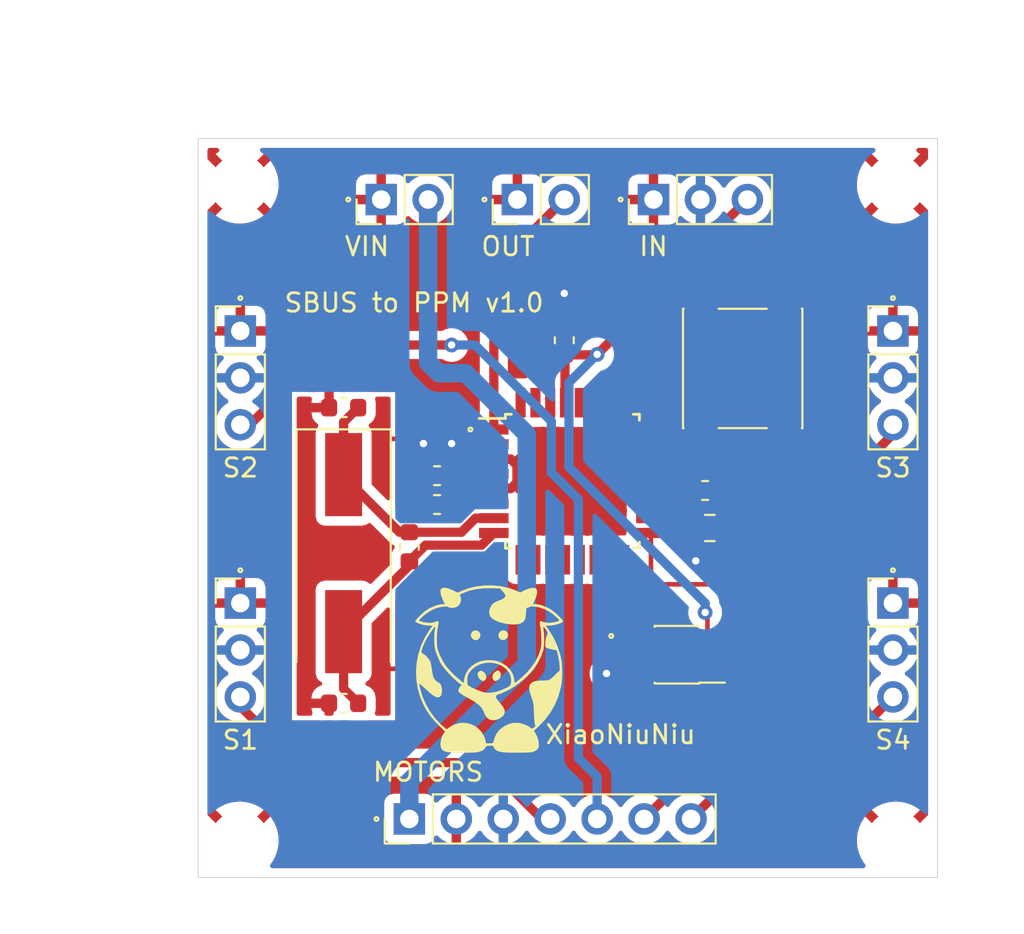
<source format=kicad_pcb>
(kicad_pcb (version 20200628) (host pcbnew "(5.99.0-2358-g6d8fb94d8)")
  (layers (0 "GND" signal) (31 "5V" signal) (34 "B.Paste" user) (35 "F.Paste" user) (36 "B.SilkS" user) (37 "F.SilkS" user) (38 "B.Mask" user) (39 "F.Mask" user) (44 "Edge.Cuts" user))
  (net 0 "")
  (net 1 "+5V")
  (net 2 "GND")
  (net 3 "XTAL1")
  (net 4 "XTAL2")
  (net 5 "Net-(C6-Pad1)")
  (net 6 "/S1")
  (net 7 "VCC")
  (net 8 "SBUS")
  (net 9 "PPM")
  (net 10 "RESET")
  (net 11 "SCK")
  (net 12 "MISO")
  (net 13 "MOSI")
  (net 14 "Net-(U1-Pad32)")
  (net 15 "Net-(U1-Pad31)")
  (net 16 "Net-(U1-Pad28)")
  (net 17 "Net-(U1-Pad27)")
  (net 18 "Net-(U1-Pad26)")
  (net 19 "Net-(U1-Pad25)")
  (net 20 "Net-(U1-Pad24)")
  (net 21 "Net-(U1-Pad23)")
  (net 22 "Net-(U1-Pad22)")
  (net 23 "Net-(U1-Pad19)")
  (net 24 "SS")
  (net 25 "Net-(U1-Pad13)")
  (net 26 "Net-(U1-Pad12)")
  (net 27 "Net-(U1-Pad11)")
  (net 28 "Net-(U1-Pad10)")
  (net 29 "Net-(U1-Pad9)")
  (net 30 "Net-(U1-Pad2)")
  (net 31 "/S4")
  (net 32 "/S3")
  (net 33 "/S2")
  (module "Resistor_SMD:R_0603_1608Metric" (layer "GND") (at 79.812 60.922 -90)
    (fp_text reference "R2")
    (fp_text value "10K")
    (fp_line (start -0.162779 0.51) (end 0.162779 0.51) (layer "F.SilkS") (width 0.12))
    (fp_line (start -0.162779 -0.51) (end 0.162779 -0.51) (layer "F.SilkS") (width 0.12))
    (pad "2" smd roundrect (at 0.7875 0 270) (size 0.875 0.95) (layers "GND" "F.Paste" "F.Mask") (net 10 "RESET"))
    (pad "1" smd roundrect (at -0.7875 0 270) (size 0.875 0.95) (layers "GND" "F.Paste" "F.Mask") (net 1 "+5V"))
  )
  (module "Resistor_SMD:R_0603_1608Metric" (layer "GND") (at 71.43 72.098 -90)
    (fp_text reference "R1")
    (fp_text value "1M")
    (fp_line (start -0.162779 0.51) (end 0.162779 0.51) (layer "F.SilkS") (width 0.12))
    (fp_line (start -0.162779 -0.51) (end 0.162779 -0.51) (layer "F.SilkS") (width 0.12))
    (pad "2" smd roundrect (at 0.7875 0 270) (size 0.875 0.95) (layers "GND" "F.Paste" "F.Mask") (net 4 "XTAL2"))
    (pad "1" smd roundrect (at -0.7875 0 270) (size 0.875 0.95) (layers "GND" "F.Paste" "F.Mask") (net 3 "XTAL1"))
  )
  (module "Logos:VerySmallCow" (layer "GND") (at 75.748 78.702)
    (fp_text reference "G***")
    (fp_text value "LOGO" hide)
    (fp_poly (pts (xy 0.860799 -2.06454) (xy 0.94554 -2.009357) (xy 1.002926 -1.926687) (xy 1.024956 -1.827545) (xy 1.003631 -1.722943) (xy 0.94195 -1.634423) (xy 0.835669 -1.562606) (xy 0.723038 -1.548697) (xy 0.612022 -1.59366) (xy 0.611036 -1.594348) (xy 0.533216 -1.681325) (xy 0.501606 -1.788839) (xy 0.515058 -1.899642) (xy 0.572425 -1.996486) (xy 0.641253 -2.048393) (xy 0.756703 -2.081223)) (layer "F.SilkS") (width 0))
    (fp_poly (pts (xy -0.651099 -2.063236) (xy -0.563352 -2.013403) (xy -0.498777 -1.936634) (xy -0.468786 -1.840151) (xy -0.484791 -1.731176) (xy -0.498695 -1.70013) (xy -0.578736 -1.597979) (xy -0.678891 -1.549409) (xy -0.788349 -1.55614) (xy -0.8963 -1.619892) (xy -0.911639 -1.634423) (xy -0.9836 -1.740747) (xy -0.996673 -1.852832) (xy -0.950324 -1.964026) (xy -0.939249 -1.978908) (xy -0.850459 -2.05321) (xy -0.750605 -2.078912)) (layer "F.SilkS") (width 0))
    (fp_poly (pts (xy 0.506748 0.099096) (xy 0.561829 0.137845) (xy 0.575895 0.151551) (xy 0.625855 0.240497) (xy 0.632601 0.34987) (xy 0.600519 0.462558) (xy 0.533994 0.561448) (xy 0.455646 0.620847) (xy 0.361378 0.65965) (xy 0.29364 0.657328) (xy 0.233223 0.612536) (xy 0.226057 0.604802) (xy 0.178888 0.511536) (xy 0.177097 0.400448) (xy 0.215853 0.28768) (xy 0.290323 0.189377) (xy 0.366719 0.134847) (xy 0.44968 0.098733)) (layer "F.SilkS") (width 0))
    (fp_poly (pts (xy -0.387859 0.117826) (xy -0.283719 0.181951) (xy -0.207068 0.276038) (xy -0.163313 0.385063) (xy -0.157858 0.494) (xy -0.196108 0.587825) (xy -0.212172 0.606205) (xy -0.292122 0.658239) (xy -0.37742 0.654366) (xy -0.475737 0.594122) (xy -0.480615 0.590058) (xy -0.558677 0.499444) (xy -0.610844 0.390506) (xy -0.628159 0.285396) (xy -0.621255 0.24215) (xy -0.569263 0.161428) (xy -0.487384 0.115103) (xy -0.39717 0.114656)) (layer "F.SilkS") (width 0))
    (fp_poly (pts (xy 0.640521 -4.469991) (xy 1.065821 -4.374767) (xy 1.46632 -4.230513) (xy 1.499899 -4.215538) (xy 1.685681 -4.1313) (xy 1.880967 -4.231898) (xy 2.073661 -4.317766) (xy 2.24576 -4.368126) (xy 2.390864 -4.382513) (xy 2.502572 -4.360463) (xy 2.574483 -4.301512) (xy 2.584615 -4.282916) (xy 2.600786 -4.188609) (xy 2.58625 -4.057241) (xy 2.543915 -3.902196) (xy 2.476689 -3.736861) (xy 2.457532 -3.697841) (xy 2.410841 -3.591207) (xy 2.394498 -3.518599) (xy 2.408713 -3.48615) (xy 2.450674 -3.498081) (xy 2.512031 -3.508174) (xy 2.61536 -3.496189) (xy 2.747628 -3.465524) (xy 2.895797 -3.419576) (xy 3.046834 -3.361743) (xy 3.145174 -3.317045) (xy 3.287158 -3.242592) (xy 3.409309 -3.165238) (xy 3.529583 -3.071952) (xy 3.665937 -2.949703) (xy 3.713491 -2.904642) (xy 3.821002 -2.79794) (xy 3.910217 -2.701926) (xy 3.972784 -2.626147) (xy 4.00035 -2.580151) (xy 4.000955 -2.57608) (xy 3.972801 -2.532061) (xy 3.896239 -2.485091) (xy 3.78312 -2.43884) (xy 3.645292 -2.396981) (xy 3.494605 -2.363185) (xy 3.342909 -2.341124) (xy 3.220818 -2.334339) (xy 3.062042 -2.333891) (xy 3.225779 -2.105688) (xy 3.483063 -1.695315) (xy 3.688207 -1.25412) (xy 3.841045 -0.782487) (xy 3.884779 -0.598133) (xy 3.926378 -0.337788) (xy 3.949765 -0.042295) (xy 3.954985 0.26834) (xy 3.94208 0.574109) (xy 3.911095 0.855005) (xy 3.881284 1.014754) (xy 3.742653 1.499902) (xy 3.553764 1.951433) (xy 3.313737 2.370894) (xy 3.021694 2.759835) (xy 2.695196 3.102539) (xy 2.419204 3.362347) (xy 2.482218 3.450842) (xy 2.590636 3.647133) (xy 2.662606 3.871512) (xy 2.686386 4.031265) (xy 2.688564 4.181386) (xy 2.66399 4.289136) (xy 2.604928 4.369708) (xy 2.503643 4.43829) (xy 2.470287 4.455608) (xy 2.41965 4.479803) (xy 2.371045 4.498366) (xy 2.315582 4.512185) (xy 2.244369 4.52215) (xy 2.148517 4.52915) (xy 2.019135 4.534074) (xy 1.847333 4.537812) (xy 1.62422 4.541253) (xy 1.612371 4.541422) (xy 1.291201 4.54326) (xy 1.024809 4.538033) (xy 0.807637 4.524568) (xy 0.63413 4.501691) (xy 0.49873 4.468229) (xy 0.395882 4.423007) (xy 0.32003 4.364853) (xy 0.265616 4.292593) (xy 0.245566 4.252745) (xy 0.218526 4.199335) (xy 0.186172 4.171469) (xy 0.130496 4.161858) (xy 0.033489 4.163209) (xy 0.025144 4.16351) (xy -0.075977 4.169436) (xy -0.135502 4.184041) (xy -0.172452 4.21652) (xy -0.205267 4.2749) (xy -0.283866 4.374984) (xy -0.410121 4.451309) (xy -0.588642 4.506465) (xy -0.634711 4.515887) (xy -0.733008 4.527718) (xy -0.877971 4.536343) (xy -1.057772 4.541866) (xy -1.260586 4.544388) (xy -1.474586 4.544014) (xy -1.687946 4.540847) (xy -1.88884 4.53499) (xy -2.065442 4.526546) (xy -2.205926 4.515619) (xy -2.298465 4.502312) (xy -2.302736 4.501319) (xy -2.457804 4.445923) (xy -2.561407 4.363333) (xy -2.619239 4.246556) (xy -2.636993 4.09065) (xy -2.618351 3.905338) (xy -2.567732 3.71489) (xy -2.493097 3.545843) (xy -2.455815 3.48664) (xy -2.390842 3.395394) (xy -2.751298 3.038926) (xy -3.011438 2.764524) (xy -3.22711 2.496993) (xy -3.41005 2.220491) (xy -3.554357 1.955012) (xy -3.738921 1.517467) (xy -3.867477 1.063828) (xy -3.901714 0.846474) (xy -3.777637 0.846474) (xy -3.770639 0.897543) (xy -3.751399 0.987469) (xy -3.723465 1.106324) (xy -3.596652 1.519024) (xy -3.417689 1.924224) (xy -3.193296 2.311026) (xy -2.930193 2.668531) (xy -2.635101 2.985842) (xy -2.478379 3.125419) (xy -2.301956 3.27224) (xy -2.151013 3.163799) (xy -1.911008 3.026225) (xy -1.657838 2.944874) (xy -1.399064 2.919141) (xy -1.142247 2.948425) (xy -0.894949 3.03212) (xy -0.66473 3.169623) (xy -0.521428 3.293918) (xy -0.384066 3.458847) (xy -0.275363 3.644615) (xy -0.205762 3.831751) (xy -0.189867 3.912069) (xy -0.17388 4.031265) (xy 0.018569 4.031265) (xy 0.12344 4.029727) (xy 0.182971 4.021091) (xy 0.212432 3.999321) (xy 0.227093 3.958381) (xy 0.229472 3.947911) (xy 0.295195 3.717228) (xy 0.385169 3.527306) (xy 0.509382 3.359987) (xy 0.608168 3.25945) (xy 0.817949 3.101541) (xy 1.054248 2.990544) (xy 1.305349 2.930044) (xy 1.559539 2.923623) (xy 1.661169 2.937314) (xy 1.794713 2.971118) (xy 1.937127 3.021935) (xy 2.07106 3.082045) (xy 2.179161 3.14373) (xy 2.240907 3.195259) (xy 2.289858 3.235277) (xy 2.344128 3.231048) (xy 2.417833 3.180491) (xy 2.433662 3.166832) (xy 2.487493 3.112929) (xy 2.499631 3.07165) (xy 2.479609 3.023816) (xy 2.462297 2.961798) (xy 2.446905 2.842239) (xy 2.43372 2.668197) (xy 2.423032 2.442731) (xy 2.421835 2.409665) (xy 2.414571 2.213562) (xy 2.407098 2.064751) (xy 2.397344 1.949933) (xy 2.383238 1.85581) (xy 2.362707 1.769082) (xy 2.333681 1.67645) (xy 2.294087 1.564614) (xy 2.287277 1.545823) (xy 2.220761 1.344782) (xy 2.182478 1.183351) (xy 2.169503 1.050859) (xy 2.171345 0.946865) (xy 2.185773 0.880443) (xy 2.221008 0.828705) (xy 2.264077 0.787515) (xy 2.35554 0.721126) (xy 2.463581 0.676115) (xy 2.600754 0.649371) (xy 2.779618 0.637783) (xy 2.872871 0.636684) (xy 3.037209 0.631227) (xy 3.169426 0.61614) (xy 3.251749 0.594504) (xy 3.31534 0.554289) (xy 3.404674 0.481425) (xy 3.505015 0.388387) (xy 3.555992 0.336867) (xy 3.647151 0.245041) (xy 3.724951 0.172673) (xy 3.778767 0.129335) (xy 3.795383 0.121241) (xy 3.811423 0.093306) (xy 3.817274 0.016942) (xy 3.813867 -0.096686) (xy 3.802138 -0.236416) (xy 3.783018 -0.391085) (xy 3.757442 -0.54953) (xy 3.726848 -0.698419) (xy 3.697431 -0.821949) (xy 3.672533 -0.921112) (xy 3.655575 -0.98256) (xy 3.65062 -0.99579) (xy 3.618351 -1.005679) (xy 3.541471 -1.022218) (xy 3.435182 -1.042197) (xy 3.409835 -1.046653) (xy 3.286768 -1.072824) (xy 3.178106 -1.104342) (xy 3.105582 -1.134806) (xy 3.101097 -1.137586) (xy 3.062043 -1.166819) (xy 3.040066 -1.200985) (xy 3.031662 -1.255633) (xy 3.03333 -1.346312) (xy 3.037447 -1.420137) (xy 3.061436 -1.613925) (xy 3.108887 -1.762794) (xy 3.119051 -1.783667) (xy 3.155313 -1.870803) (xy 3.170387 -1.942303) (xy 3.167902 -1.964694) (xy 3.139823 -2.016145) (xy 3.090966 -2.088838) (xy 3.033734 -2.166242) (xy 2.980533 -2.231825) (xy 2.943768 -2.269057) (xy 2.937045 -2.272333) (xy 2.931328 -2.245973) (xy 2.935979 -2.177157) (xy 2.944754 -2.114141) (xy 2.964609 -1.944062) (xy 2.975342 -1.746114) (xy 2.977211 -1.537366) (xy 2.970473 -1.334888) (xy 2.955387 -1.155747) (xy 2.932211 -1.017012) (xy 2.927916 -1.000239) (xy 2.797639 -0.63526) (xy 2.610335 -0.279726) (xy 2.369358 0.062337) (xy 2.078059 0.386901) (xy 1.73979 0.689936) (xy 1.357903 0.967415) (xy 1.216022 1.056861) (xy 1.097494 1.123905) (xy 0.959499 1.19433) (xy 0.815367 1.262212) (xy 0.678431 1.321627) (xy 0.562022 1.36665) (xy 0.479472 1.391359) (xy 0.456698 1.394272) (xy 0.418931 1.419566) (xy 0.38309 1.478236) (xy 0.364177 1.544465) (xy 0.363723 1.554288) (xy 0.382893 1.594008) (xy 0.434481 1.666239) (xy 0.509604 1.759116) (xy 0.563775 1.821496) (xy 0.692211 1.974072) (xy 0.77868 2.098964) (xy 0.828759 2.206095) (xy 0.848028 2.305391) (xy 0.848688 2.328434) (xy 0.820427 2.449155) (xy 0.743571 2.560023) (xy 0.630011 2.655229) (xy 0.491638 2.728961) (xy 0.340343 2.775409) (xy 0.188017 2.788764) (xy 0.04655 2.763213) (xy 0.000062 2.74311) (xy -0.105372 2.661705) (xy -0.199659 2.540649) (xy -0.266845 2.400722) (xy -0.269859 2.391578) (xy -0.333221 2.239178) (xy -0.424658 2.099464) (xy -0.550372 1.966772) (xy -0.716566 1.835436) (xy -0.92944 1.699794) (xy -1.175612 1.564363) (xy -1.378718 1.452641) (xy -1.526322 1.357999) (xy -1.620585 1.278801) (xy -1.663665 1.213413) (xy -1.667064 1.192148) (xy -1.650601 1.113179) (xy -1.610249 1.021385) (xy -1.559569 0.943644) (xy -1.525931 0.912403) (xy -1.487169 0.883907) (xy -1.50098 0.861118) (xy -1.523706 0.846837) (xy -1.662638 0.749447) (xy -1.824872 0.612843) (xy -1.999653 0.447961) (xy -2.176224 0.265732) (xy -2.343828 0.077093) (xy -2.491707 -0.107022) (xy -2.571804 -0.218571) (xy -2.656771 -0.362922) (xy -2.745068 -0.544764) (xy -2.827421 -0.742293) (xy -2.894553 -0.933705) (xy -2.928826 -1.057925) (xy -2.950225 -1.191943) (xy -2.964519 -1.366993) (xy -2.971447 -1.563875) (xy -2.970747 -1.763388) (xy -2.962159 -1.946331) (xy -2.94542 -2.093504) (xy -2.943094 -2.106558) (xy -2.927626 -2.197426) (xy -2.923884 -2.252804) (xy -2.935471 -2.270087) (xy -2.965994 -2.24667) (xy -3.019058 -2.179948) (xy -3.098268 -2.067317) (xy -3.194784 -1.924702) (xy -3.353865 -1.672188) (xy -3.480111 -1.433327) (xy -3.586915 -1.182557) (xy -3.595572 -1.15975) (xy -3.641461 -1.029664) (xy -3.661126 -0.941696) (xy -3.653199 -0.882668) (xy -3.616312 -0.839406) (xy -3.558582 -0.803794) (xy -3.439635 -0.719808) (xy -3.324589 -0.604753) (xy -3.228761 -0.476912) (xy -3.167473 -0.354569) (xy -3.159453 -0.327438) (xy -3.140647 -0.235789) (xy -3.118888 -0.107599) (xy -3.098115 0.033446) (xy -3.092902 0.072864) (xy -3.071785 0.209534) (xy -3.045997 0.336422) (xy -3.020156 0.431706) (xy -3.01272 0.451742) (xy -2.94392 0.573595) (xy -2.854427 0.673167) (xy -2.759771 0.734105) (xy -2.737796 0.741218) (xy -2.663866 0.788463) (xy -2.607527 0.879228) (xy -2.569769 0.999097) (xy -2.551584 1.133656) (xy -2.553961 1.268488) (xy -2.577892 1.38918) (xy -2.624364 1.481317) (xy -2.683816 1.526995) (xy -2.764525 1.54483) (xy -2.851231 1.534631) (xy -2.950398 1.492788) (xy -3.068491 1.415688) (xy -3.211974 1.29972) (xy -3.387313 1.141273) (xy -3.406534 1.123249) (xy -3.522995 1.015546) (xy -3.625052 0.924544) (xy -3.70415 0.857615) (xy -3.751732 0.822131) (xy -3.760355 0.818377) (xy -3.773755 0.823629) (xy -3.777637 0.846474) (xy -3.901714 0.846474) (xy -3.940565 0.599841) (xy -3.958726 0.131253) (xy -3.922502 -0.336189) (xy -3.832432 -0.796738) (xy -3.689058 -1.244648) (xy -3.492922 -1.674172) (xy -3.244562 -2.079564) (xy -3.164265 -2.189917) (xy -3.055528 -2.333891) (xy -3.217561 -2.334339) (xy -3.361752 -2.343352) (xy -3.514821 -2.367214) (xy -3.664969 -2.402283) (xy -3.800396 -2.444918) (xy -3.909304 -2.491478) (xy -3.979893 -2.538322) (xy -4.000954 -2.57608) (xy -3.980697 -2.614859) (xy -3.788783 -2.614859) (xy -3.761119 -2.590686) (xy -3.687981 -2.563191) (xy -3.584147 -2.535716) (xy -3.464397 -2.511599) (xy -3.343509 -2.494182) (xy -3.236262 -2.486805) (xy -3.222059 -2.486772) (xy -3.1027 -2.497491) (xy -2.983991 -2.522571) (xy -2.95525 -2.531781) (xy -2.85014 -2.566782) (xy -2.780962 -2.577448) (xy -2.743431 -2.556844) (xy -2.733263 -2.498033) (xy -2.746172 -2.394079) (xy -2.776814 -2.24296) (xy -2.802168 -2.084319) (xy -2.819416 -1.892808) (xy -2.828326 -1.68554) (xy -2.828663 -1.479627) (xy -2.820193 -1.29218) (xy -2.802684 -1.140312) (xy -2.792557 -1.09117) (xy -2.739663 -0.924922) (xy -2.659704 -0.730737) (xy -2.562233 -0.528986) (xy -2.456806 -0.340042) (xy -2.394596 -0.242608) (xy -2.256348 -0.059827) (xy -2.082 0.138839) (xy -1.886923 0.337247) (xy -1.686484 0.519253) (xy -1.606444 0.585289) (xy -1.379117 0.766747) (xy -1.365025 0.655245) (xy -1.182214 0.655245) (xy -1.178867 0.774027) (xy -1.164838 0.858066) (xy -1.163088 0.862964) (xy -1.122852 0.905784) (xy -1.036151 0.961888) (xy -0.914295 1.026202) (xy -0.768593 1.093655) (xy -0.610354 1.159171) (xy -0.450887 1.217679) (xy -0.301502 1.264104) (xy -0.227327 1.282741) (xy -0.074762 1.298944) (xy 0.110649 1.290823) (xy 0.306851 1.259754) (xy 0.366452 1.245669) (xy 0.501018 1.205015) (xy 0.654467 1.149188) (xy 0.809934 1.085335) (xy 0.950551 1.0206) (xy 1.059453 0.962132) (xy 1.100413 0.934701) (xy 1.156272 0.856684) (xy 1.185837 0.739316) (xy 1.189729 0.597562) (xy 1.168566 0.446389) (xy 1.122969 0.300763) (xy 1.069948 0.199281) (xy 0.912798 0.011086) (xy 0.718996 -0.136581) (xy 0.497524 -0.243093) (xy 0.257367 -0.307821) (xy 0.00751 -0.330138) (xy -0.243065 -0.309418) (xy -0.485371 -0.245032) (xy -0.710427 -0.136353) (xy -0.909246 0.017247) (xy -0.94961 0.058237) (xy -1.031265 0.153967) (xy -1.100353 0.249824) (xy -1.138449 0.317925) (xy -1.160977 0.404446) (xy -1.175908 0.524469) (xy -1.182214 0.655245) (xy -1.365025 0.655245) (xy -1.357049 0.592145) (xy -1.329759 0.457999) (xy -1.285609 0.316161) (xy -1.261257 0.256505) (xy -1.127964 0.034933) (xy -0.94685 -0.151002) (xy -0.716852 -0.302211) (xy -0.497697 -0.398513) (xy -0.319633 -0.443247) (xy -0.107943 -0.465441) (xy 0.114724 -0.465095) (xy 0.325718 -0.442209) (xy 0.497697 -0.398513) (xy 0.757392 -0.2785) (xy 0.976093 -0.124794) (xy 1.149617 0.05786) (xy 1.273786 0.264719) (xy 1.344417 0.491038) (xy 1.355827 0.575195) (xy 1.367719 0.671252) (xy 1.381988 0.737384) (xy 1.393501 0.757756) (xy 1.423599 0.7394) (xy 1.490226 0.689351) (xy 1.58369 0.615144) (xy 1.694298 0.52431) (xy 1.700121 0.519453) (xy 2.019453 0.222667) (xy 2.291427 -0.093618) (xy 2.51274 -0.424454) (xy 2.680087 -0.764892) (xy 2.790165 -1.109984) (xy 2.791271 -1.11477) (xy 2.809315 -1.238959) (xy 2.819035 -1.406483) (xy 2.820692 -1.600665) (xy 2.814552 -1.804831) (xy 2.800878 -2.002305) (xy 2.779935 -2.176412) (xy 2.773895 -2.21265) (xy 2.746203 -2.375206) (xy 2.733919 -2.485347) (xy 2.741095 -2.550205) (xy 2.771785 -2.576913) (xy 2.830042 -2.572602) (xy 2.919919 -2.544407) (xy 2.955251 -2.531781) (xy 3.064748 -2.503894) (xy 3.188751 -2.488029) (xy 3.22206 -2.486772) (xy 3.325933 -2.492328) (xy 3.445698 -2.508432) (xy 3.566576 -2.531744) (xy 3.673787 -2.558924) (xy 3.752552 -2.586631) (xy 3.788093 -2.611526) (xy 3.788783 -2.614859) (xy 3.7659 -2.657183) (xy 3.704165 -2.7256) (xy 3.613953 -2.810822) (xy 3.505637 -2.903561) (xy 3.389591 -2.994529) (xy 3.276189 -3.074439) (xy 3.273509 -3.076194) (xy 2.99458 -3.227227) (xy 2.698805 -3.324093) (xy 2.485442 -3.361018) (xy 2.355667 -3.373299) (xy 2.269407 -3.372151) (xy 2.210885 -3.356768) (xy 2.190983 -3.345995) (xy 2.116807 -3.313105) (xy 2.06578 -3.303819) (xy 2.038186 -3.298085) (xy 2.019947 -3.273405) (xy 2.008258 -3.218559) (xy 2.000316 -3.122328) (xy 1.995389 -3.02214) (xy 1.979431 -2.834443) (xy 1.946918 -2.694896) (xy 1.8926 -2.592094) (xy 1.81123 -2.514629) (xy 1.74284 -2.473243) (xy 1.596854 -2.422633) (xy 1.414145 -2.398967) (xy 1.206417 -2.39985) (xy 0.985373 -2.422889) (xy 0.762716 -2.46569) (xy 0.550149 -2.52586) (xy 0.359375 -2.601006) (xy 0.202097 -2.688732) (xy 0.090018 -2.786646) (xy 0.068198 -2.81576) (xy 0.01017 -2.955414) (xy 0.001158 -3.11366) (xy 0.038732 -3.27703) (xy 0.120459 -3.432056) (xy 0.195635 -3.521498) (xy 0.263516 -3.571076) (xy 0.368144 -3.627412) (xy 0.488371 -3.679283) (xy 0.503787 -3.68502) (xy 0.680577 -3.756698) (xy 0.799837 -3.82483) (xy 0.863986 -3.894854) (xy 0.875445 -3.972208) (xy 0.836634 -4.062329) (xy 0.749974 -4.170657) (xy 0.729597 -4.192387) (xy 0.580197 -4.349002) (xy 0.123173 -4.360149) (xy -0.331296 -4.351374) (xy -0.743844 -4.301419) (xy -1.117565 -4.209704) (xy -1.455557 -4.075647) (xy -1.493729 -4.056755) (xy -1.564071 -4.018164) (xy -1.588444 -3.989013) (xy -1.575778 -3.953032) (xy -1.561927 -3.93249) (xy -1.521446 -3.826231) (xy -1.522087 -3.697551) (xy -1.560072 -3.56476) (xy -1.631625 -3.446169) (xy -1.670736 -3.405038) (xy -1.789189 -3.333137) (xy -1.935637 -3.295758) (xy -2.084555 -3.29895) (xy -2.102691 -3.302643) (xy -2.184732 -3.326314) (xy -2.240548 -3.351329) (xy -2.247186 -3.356542) (xy -2.294138 -3.369266) (xy -2.384898 -3.368547) (xy -2.504655 -3.356379) (xy -2.638596 -3.334755) (xy -2.771906 -3.30567) (xy -2.889773 -3.271116) (xy -2.89463 -3.26941) (xy -3.015973 -3.218007) (xy -3.154925 -3.146817) (xy -3.273508 -3.076194) (xy -3.386714 -2.996675) (xy -3.50282 -2.905868) (xy -3.611451 -2.813061) (xy -3.702236 -2.727542) (xy -3.764799 -2.658598) (xy -3.788768 -2.615517) (xy -3.788783 -2.614859) (xy -3.980697 -2.614859) (xy -3.979979 -2.616233) (xy -3.922621 -2.687748) (xy -3.837234 -2.781077) (xy -3.732171 -2.886671) (xy -3.713491 -2.904642) (xy -3.568654 -3.038322) (xy -3.445377 -3.139064) (xy -3.325703 -3.219898) (xy -3.191674 -3.293855) (xy -3.145174 -3.317045) (xy -2.976629 -3.390774) (xy -2.808436 -3.448749) (xy -2.653694 -3.4877) (xy -2.5255 -3.504356) (xy -2.436953 -3.495444) (xy -2.434495 -3.494538) (xy -2.400193 -3.491447) (xy -2.399313 -3.503583) (xy -2.418123 -3.542492) (xy -2.456026 -3.62042) (xy -2.505505 -3.721918) (xy -2.515687 -3.742784) (xy -2.602 -3.9642) (xy -2.63142 -4.126293) (xy -2.636126 -4.226041) (xy -2.627861 -4.285256) (xy -2.600523 -4.323634) (xy -2.561443 -4.352162) (xy -2.506127 -4.381998) (xy -2.448976 -4.391506) (xy -2.367554 -4.382326) (xy -2.307954 -4.370664) (xy -2.192604 -4.338359) (xy -2.05402 -4.287644) (xy -1.92202 -4.229443) (xy -1.920877 -4.228881) (xy -1.704881 -4.122594) (xy -1.509499 -4.211185) (xy -1.109548 -4.360889) (xy -0.684614 -4.461635) (xy -0.244654 -4.513411) (xy 0.200377 -4.516201)) (layer "F.SilkS") (width 0))
  )
  (module "Connector_PinHeader_2.54mm:PinHeader_1x02_P2.54mm_Vertical" (layer "GND") (at 69.906 53.302 90)
    (fp_text reference "J8")
    (fp_text value "VIN" (at -2.54 -0.762 180) (layer "F.SilkS"))
    (fp_line (start -1.33 -1.33) (end 0 -1.33) (layer "F.SilkS") (width 0.12))
    (fp_line (start -1.33 0) (end -1.33 -1.33) (layer "F.SilkS") (width 0.12))
    (fp_line (start -1.33 1.27) (end 1.33 1.27) (layer "F.SilkS") (width 0.12))
    (fp_line (start 1.33 1.27) (end 1.33 3.87) (layer "F.SilkS") (width 0.12))
    (fp_line (start -1.33 1.27) (end -1.33 3.87) (layer "F.SilkS") (width 0.12))
    (fp_line (start -1.33 3.87) (end 1.33 3.87) (layer "F.SilkS") (width 0.12))
    (pad "2" thru_hole oval (at 0 2.54 90) (size 1.7 1.7) (drill 1) (layers *.Cu *.Mask) (net 7 "VCC"))
    (pad "1" thru_hole rect (at 0 0 90) (size 1.7 1.7) (drill 1) (layers *.Cu *.Mask) (net 2 "GND"))
  )
  (module "Connector_PinHeader_2.54mm:PinHeader_1x02_P2.54mm_Vertical" (layer "GND") (at 77.272 53.302 90)
    (fp_text reference "J7")
    (fp_text value "OUT" (at -2.54 -0.508 180) (layer "F.SilkS"))
    (fp_line (start -1.33 -1.33) (end 0 -1.33) (layer "F.SilkS") (width 0.12))
    (fp_line (start -1.33 0) (end -1.33 -1.33) (layer "F.SilkS") (width 0.12))
    (fp_line (start -1.33 1.27) (end 1.33 1.27) (layer "F.SilkS") (width 0.12))
    (fp_line (start 1.33 1.27) (end 1.33 3.87) (layer "F.SilkS") (width 0.12))
    (fp_line (start -1.33 1.27) (end -1.33 3.87) (layer "F.SilkS") (width 0.12))
    (fp_line (start -1.33 3.87) (end 1.33 3.87) (layer "F.SilkS") (width 0.12))
    (pad "2" thru_hole oval (at 0 2.54 90) (size 1.7 1.7) (drill 1) (layers *.Cu *.Mask) (net 9 "PPM"))
    (pad "1" thru_hole rect (at 0 0 90) (size 1.7 1.7) (drill 1) (layers *.Cu *.Mask) (net 2 "GND"))
  )
  (module "Connector_PinHeader_2.54mm:PinHeader_1x03_P2.54mm_Vertical" (layer "GND") (at 84.638 53.302 90)
    (fp_text reference "J6")
    (fp_text value "IN" (at -2.54 0 180) (layer "F.SilkS"))
    (fp_line (start -1.33 -1.33) (end 0 -1.33) (layer "F.SilkS") (width 0.12))
    (fp_line (start -1.33 0) (end -1.33 -1.33) (layer "F.SilkS") (width 0.12))
    (fp_line (start -1.33 1.27) (end 1.33 1.27) (layer "F.SilkS") (width 0.12))
    (fp_line (start 1.33 1.27) (end 1.33 6.41) (layer "F.SilkS") (width 0.12))
    (fp_line (start -1.33 1.27) (end -1.33 6.41) (layer "F.SilkS") (width 0.12))
    (fp_line (start -1.33 6.41) (end 1.33 6.41) (layer "F.SilkS") (width 0.12))
    (pad "3" thru_hole oval (at 0 5.08 90) (size 1.7 1.7) (drill 1) (layers *.Cu *.Mask) (net 8 "SBUS"))
    (pad "2" thru_hole oval (at 0 2.54 90) (size 1.7 1.7) (drill 1) (layers *.Cu *.Mask) (net 1 "+5V"))
    (pad "1" thru_hole rect (at 0 0 90) (size 1.7 1.7) (drill 1) (layers *.Cu *.Mask) (net 2 "GND"))
  )
  (module "Connector_PinHeader_2.54mm:PinHeader_1x07_P2.54mm_Vertical" (layer "GND") (at 71.43 86.83 90)
    (fp_text reference "J5")
    (fp_text value "MOTORS" (at 2.54 1.016 180) (layer "F.SilkS"))
    (fp_line (start -1.33 -1.33) (end 0 -1.33) (layer "F.SilkS") (width 0.12))
    (fp_line (start -1.33 0) (end -1.33 -1.33) (layer "F.SilkS") (width 0.12))
    (fp_line (start -1.33 1.27) (end 1.33 1.27) (layer "F.SilkS") (width 0.12))
    (fp_line (start 1.33 1.27) (end 1.33 16.57) (layer "F.SilkS") (width 0.12))
    (fp_line (start -1.33 1.27) (end -1.33 16.57) (layer "F.SilkS") (width 0.12))
    (fp_line (start -1.33 16.57) (end 1.33 16.57) (layer "F.SilkS") (width 0.12))
    (pad "7" thru_hole oval (at 0 15.24 90) (size 1.7 1.7) (drill 1) (layers *.Cu *.Mask) (net 31 "/S4"))
    (pad "6" thru_hole oval (at 0 12.7 90) (size 1.7 1.7) (drill 1) (layers *.Cu *.Mask) (net 32 "/S3"))
    (pad "5" thru_hole oval (at 0 10.16 90) (size 1.7 1.7) (drill 1) (layers *.Cu *.Mask) (net 33 "/S2"))
    (pad "4" thru_hole oval (at 0 7.62 90) (size 1.7 1.7) (drill 1) (layers *.Cu *.Mask) (net 6 "/S1"))
    (pad "3" thru_hole oval (at 0 5.08 90) (size 1.7 1.7) (drill 1) (layers *.Cu *.Mask) (net 1 "+5V"))
    (pad "2" thru_hole oval (at 0 2.54 90) (size 1.7 1.7) (drill 1) (layers *.Cu *.Mask) (net 2 "GND"))
    (pad "1" thru_hole rect (at 0 0 90) (size 1.7 1.7) (drill 1) (layers *.Cu *.Mask) (net 7 "VCC"))
  )
  (module "MountingHole:MountingHole_3.2mm_M3" (layer "GND") (at 97.75 88)
    (fp_text reference "H4")
    (fp_text value "MountingHole_Pad")
    (pad "1" np_thru_hole circle (at 0 0) (size 3.2 3.2) (drill 3.2) (layers *.Cu *.Mask) (net 2 "GND"))
  )
  (module "MountingHole:MountingHole_3.2mm_M3" (layer "GND") (at 62.25 88)
    (fp_text reference "H3")
    (fp_text value "MountingHole_Pad")
    (pad "1" np_thru_hole circle (at 0 0) (size 3.2 3.2) (drill 3.2) (layers *.Cu *.Mask) (net 2 "GND"))
  )
  (module "MountingHole:MountingHole_3.2mm_M3" (layer "GND") (at 97.75 52.5)
    (fp_text reference "H2")
    (fp_text value "MountingHole_Pad")
    (pad "1" np_thru_hole circle (at 0 0) (size 3.2 3.2) (drill 3.2) (layers *.Cu *.Mask) (net 2 "GND"))
  )
  (module "MountingHole:MountingHole_3.2mm_M3" (layer "GND") (at 62.25 52.5)
    (fp_text reference "H1")
    (fp_text value "MountingHole_Pad")
    (pad "1" np_thru_hole circle (at 0 0) (size 3.2 3.2) (drill 3.2) (layers *.Cu *.Mask) (net 2 "GND"))
  )
  (module "Connector_PinHeader_1.00mm:PinHeader_2x03_P1.00mm_Vertical_SMD" (layer "GND") (at 85.908 77.94 180)
    (fp_text reference "J13")
    (fp_text value "ICSP")
    (fp_line (start 1.21 1.51) (end 1.21 1.56) (layer "F.SilkS") (width 0.12))
    (fp_line (start -1.21 1.51) (end -1.21 1.56) (layer "F.SilkS") (width 0.12))
    (fp_line (start 1.21 -1.56) (end 1.21 -1.51) (layer "F.SilkS") (width 0.12))
    (fp_line (start -1.21 -1.56) (end -1.21 -1.51) (layer "F.SilkS") (width 0.12))
    (fp_line (start -2.59 -1.51) (end -1.21 -1.51) (layer "F.SilkS") (width 0.12))
    (fp_line (start -1.21 1.56) (end 1.21 1.56) (layer "F.SilkS") (width 0.12))
    (fp_line (start -1.21 -1.56) (end 1.21 -1.56) (layer "F.SilkS") (width 0.12))
    (pad "6" smd rect (at 1.65 1 180) (size 2 0.5) (layers "GND" "F.Paste" "F.Mask") (net 2 "GND"))
    (pad "5" smd rect (at -1.65 1 180) (size 2 0.5) (layers "GND" "F.Paste" "F.Mask") (net 10 "RESET"))
    (pad "4" smd rect (at 1.65 0 180) (size 2 0.5) (layers "GND" "F.Paste" "F.Mask") (net 13 "MOSI"))
    (pad "3" smd rect (at -1.65 0 180) (size 2 0.5) (layers "GND" "F.Paste" "F.Mask") (net 11 "SCK"))
    (pad "2" smd rect (at 1.65 -1 180) (size 2 0.5) (layers "GND" "F.Paste" "F.Mask") (net 1 "+5V"))
    (pad "1" smd rect (at -1.65 -1 180) (size 2 0.5) (layers "GND" "F.Paste" "F.Mask") (net 12 "MISO"))
  )
  (module "Crystal:Crystal_SMD_HC49-SD" (layer "GND") (at 67.874 72.44125 -90)
    (fp_text reference "Y1")
    (fp_text value "16MHz")
    (fp_line (start -6.7 2.55) (end 5.9 2.55) (layer "F.SilkS") (width 0.12))
    (fp_line (start -6.7 -2.55) (end -6.7 2.55) (layer "F.SilkS") (width 0.12))
    (fp_line (start 5.9 -2.55) (end -6.7 -2.55) (layer "F.SilkS") (width 0.12))
    (pad "2" smd rect (at 4.25 0 270) (size 4.5 2) (layers "GND" "F.Paste" "F.Mask") (net 4 "XTAL2"))
    (pad "1" smd rect (at -4.25 0 270) (size 4.5 2) (layers "GND" "F.Paste" "F.Mask") (net 3 "XTAL1"))
  )
  (module "Package_QFP:TQFP-32_7x7mm_P0.8mm" (layer "GND") (at 80.25 68.55)
    (fp_text reference "U1")
    (fp_text value "ATmega328P-AU")
    (fp_line (start -3.625 -3.4) (end -5.05 -3.4) (layer "F.SilkS") (width 0.15))
    (fp_line (start 3.625 -3.625) (end 3.3 -3.625) (layer "F.SilkS") (width 0.15))
    (fp_line (start 3.625 3.625) (end 3.3 3.625) (layer "F.SilkS") (width 0.15))
    (fp_line (start -3.625 3.625) (end -3.3 3.625) (layer "F.SilkS") (width 0.15))
    (fp_line (start -3.625 -3.625) (end -3.3 -3.625) (layer "F.SilkS") (width 0.15))
    (fp_line (start -3.625 3.625) (end -3.625 3.3) (layer "F.SilkS") (width 0.15))
    (fp_line (start 3.625 3.625) (end 3.625 3.3) (layer "F.SilkS") (width 0.15))
    (fp_line (start 3.625 -3.625) (end 3.625 -3.3) (layer "F.SilkS") (width 0.15))
    (fp_line (start -3.625 -3.625) (end -3.625 -3.4) (layer "F.SilkS") (width 0.15))
    (pad "32" smd rect (at -2.8 -4.25 90) (size 1.6 0.55) (layers "GND" "F.Paste" "F.Mask") (net 14 "Net-(U1-Pad32)"))
    (pad "31" smd rect (at -2 -4.25 90) (size 1.6 0.55) (layers "GND" "F.Paste" "F.Mask") (net 15 "Net-(U1-Pad31)"))
    (pad "30" smd rect (at -1.2 -4.25 90) (size 1.6 0.55) (layers "GND" "F.Paste" "F.Mask") (net 8 "SBUS"))
    (pad "29" smd rect (at -0.4 -4.25 90) (size 1.6 0.55) (layers "GND" "F.Paste" "F.Mask") (net 10 "RESET"))
    (pad "28" smd rect (at 0.4 -4.25 90) (size 1.6 0.55) (layers "GND" "F.Paste" "F.Mask") (net 16 "Net-(U1-Pad28)"))
    (pad "27" smd rect (at 1.2 -4.25 90) (size 1.6 0.55) (layers "GND" "F.Paste" "F.Mask") (net 17 "Net-(U1-Pad27)"))
    (pad "26" smd rect (at 2 -4.25 90) (size 1.6 0.55) (layers "GND" "F.Paste" "F.Mask") (net 18 "Net-(U1-Pad26)"))
    (pad "25" smd rect (at 2.8 -4.25 90) (size 1.6 0.55) (layers "GND" "F.Paste" "F.Mask") (net 19 "Net-(U1-Pad25)"))
    (pad "24" smd rect (at 4.25 -2.8) (size 1.6 0.55) (layers "GND" "F.Paste" "F.Mask") (net 20 "Net-(U1-Pad24)"))
    (pad "23" smd rect (at 4.25 -2) (size 1.6 0.55) (layers "GND" "F.Paste" "F.Mask") (net 21 "Net-(U1-Pad23)"))
    (pad "22" smd rect (at 4.25 -1.2) (size 1.6 0.55) (layers "GND" "F.Paste" "F.Mask") (net 22 "Net-(U1-Pad22)"))
    (pad "21" smd rect (at 4.25 -0.4) (size 1.6 0.55) (layers "GND" "F.Paste" "F.Mask") (net 2 "GND"))
    (pad "20" smd rect (at 4.25 0.4) (size 1.6 0.55) (layers "GND" "F.Paste" "F.Mask") (net 5 "Net-(C6-Pad1)"))
    (pad "19" smd rect (at 4.25 1.2) (size 1.6 0.55) (layers "GND" "F.Paste" "F.Mask") (net 23 "Net-(U1-Pad19)"))
    (pad "18" smd rect (at 4.25 2) (size 1.6 0.55) (layers "GND" "F.Paste" "F.Mask") (net 1 "+5V"))
    (pad "17" smd rect (at 4.25 2.8) (size 1.6 0.55) (layers "GND" "F.Paste" "F.Mask") (net 11 "SCK"))
    (pad "16" smd rect (at 2.8 4.25 90) (size 1.6 0.55) (layers "GND" "F.Paste" "F.Mask") (net 12 "MISO"))
    (pad "15" smd rect (at 2 4.25 90) (size 1.6 0.55) (layers "GND" "F.Paste" "F.Mask") (net 13 "MOSI"))
    (pad "14" smd rect (at 1.2 4.25 90) (size 1.6 0.55) (layers "GND" "F.Paste" "F.Mask") (net 24 "SS"))
    (pad "13" smd rect (at 0.4 4.25 90) (size 1.6 0.55) (layers "GND" "F.Paste" "F.Mask") (net 25 "Net-(U1-Pad13)"))
    (pad "12" smd rect (at -0.4 4.25 90) (size 1.6 0.55) (layers "GND" "F.Paste" "F.Mask") (net 26 "Net-(U1-Pad12)"))
    (pad "11" smd rect (at -1.2 4.25 90) (size 1.6 0.55) (layers "GND" "F.Paste" "F.Mask") (net 27 "Net-(U1-Pad11)"))
    (pad "10" smd rect (at -2 4.25 90) (size 1.6 0.55) (layers "GND" "F.Paste" "F.Mask") (net 28 "Net-(U1-Pad10)"))
    (pad "9" smd rect (at -2.8 4.25 90) (size 1.6 0.55) (layers "GND" "F.Paste" "F.Mask") (net 29 "Net-(U1-Pad9)"))
    (pad "8" smd rect (at -4.25 2.8) (size 1.6 0.55) (layers "GND" "F.Paste" "F.Mask") (net 4 "XTAL2"))
    (pad "7" smd rect (at -4.25 2) (size 1.6 0.55) (layers "GND" "F.Paste" "F.Mask") (net 3 "XTAL1"))
    (pad "6" smd rect (at -4.25 1.2) (size 1.6 0.55) (layers "GND" "F.Paste" "F.Mask") (net 1 "+5V"))
    (pad "5" smd rect (at -4.25 0.4) (size 1.6 0.55) (layers "GND" "F.Paste" "F.Mask") (net 2 "GND"))
    (pad "4" smd rect (at -4.25 -0.4) (size 1.6 0.55) (layers "GND" "F.Paste" "F.Mask") (net 1 "+5V"))
    (pad "3" smd rect (at -4.25 -1.2) (size 1.6 0.55) (layers "GND" "F.Paste" "F.Mask") (net 2 "GND"))
    (pad "2" smd rect (at -4.25 -2) (size 1.6 0.55) (layers "GND" "F.Paste" "F.Mask") (net 30 "Net-(U1-Pad2)"))
    (pad "1" smd rect (at -4.25 -2.8) (size 1.6 0.55) (layers "GND" "F.Paste" "F.Mask") (net 9 "PPM"))
  )
  (module "Button_Switch_SMD:SW_SPST_PTS645" (layer "GND") (at 89.464 62.446 -90)
    (fp_text reference "SW1")
    (fp_text value "RESET")
    (fp_line (start -3.23 3.23) (end 3.23 3.23) (layer "F.SilkS") (width 0.12))
    (fp_line (start -3.23 -1.3) (end -3.23 1.3) (layer "F.SilkS") (width 0.12))
    (fp_line (start -3.23 -3.23) (end 3.23 -3.23) (layer "F.SilkS") (width 0.12))
    (fp_line (start 3.23 -1.3) (end 3.23 1.3) (layer "F.SilkS") (width 0.12))
    (fp_line (start -3.23 -3.2) (end -3.23 -3.23) (layer "F.SilkS") (width 0.12))
    (fp_line (start -3.23 3.23) (end -3.23 3.2) (layer "F.SilkS") (width 0.12))
    (fp_line (start 3.23 3.23) (end 3.23 3.2) (layer "F.SilkS") (width 0.12))
    (fp_line (start 3.23 -3.23) (end 3.23 -3.2) (layer "F.SilkS") (width 0.12))
    (pad "2" smd rect (at 3.98 2.25 270) (size 1.55 1.3) (layers "GND" "F.Paste" "F.Mask") (net 10 "RESET"))
    (pad "1" smd rect (at 3.98 -2.25 270) (size 1.55 1.3) (layers "GND" "F.Paste" "F.Mask") (net 2 "GND"))
    (pad "1" smd rect (at -3.98 -2.25 270) (size 1.55 1.3) (layers "GND" "F.Paste" "F.Mask") (net 2 "GND"))
    (pad "2" smd rect (at -3.98 2.25 270) (size 1.55 1.3) (layers "GND" "F.Paste" "F.Mask") (net 10 "RESET"))
  )
  (module "Connector_PinHeader_2.54mm:PinHeader_1x03_P2.54mm_Vertical" (layer "GND") (at 62.286 75.146)
    (fp_text reference "J4")
    (fp_text value "S1" (at 0 7.41) (layer "F.SilkS"))
    (fp_line (start -1.33 -1.33) (end 0 -1.33) (layer "F.SilkS") (width 0.12))
    (fp_line (start -1.33 0) (end -1.33 -1.33) (layer "F.SilkS") (width 0.12))
    (fp_line (start -1.33 1.27) (end 1.33 1.27) (layer "F.SilkS") (width 0.12))
    (fp_line (start 1.33 1.27) (end 1.33 6.41) (layer "F.SilkS") (width 0.12))
    (fp_line (start -1.33 1.27) (end -1.33 6.41) (layer "F.SilkS") (width 0.12))
    (fp_line (start -1.33 6.41) (end 1.33 6.41) (layer "F.SilkS") (width 0.12))
    (pad "3" thru_hole oval (at 0 5.08) (size 1.7 1.7) (drill 1) (layers *.Cu *.Mask) (net 6 "/S1"))
    (pad "2" thru_hole oval (at 0 2.54) (size 1.7 1.7) (drill 1) (layers *.Cu *.Mask) (net 1 "+5V"))
    (pad "1" thru_hole rect (at 0 0) (size 1.7 1.7) (drill 1) (layers *.Cu *.Mask) (net 2 "GND"))
  )
  (module "Connector_PinHeader_2.54mm:PinHeader_1x03_P2.54mm_Vertical" (layer "GND") (at 62.286 60.414)
    (fp_text reference "J3")
    (fp_text value "S2" (at 0 7.41) (layer "F.SilkS"))
    (fp_line (start -1.33 -1.33) (end 0 -1.33) (layer "F.SilkS") (width 0.12))
    (fp_line (start -1.33 0) (end -1.33 -1.33) (layer "F.SilkS") (width 0.12))
    (fp_line (start -1.33 1.27) (end 1.33 1.27) (layer "F.SilkS") (width 0.12))
    (fp_line (start 1.33 1.27) (end 1.33 6.41) (layer "F.SilkS") (width 0.12))
    (fp_line (start -1.33 1.27) (end -1.33 6.41) (layer "F.SilkS") (width 0.12))
    (fp_line (start -1.33 6.41) (end 1.33 6.41) (layer "F.SilkS") (width 0.12))
    (pad "3" thru_hole oval (at 0 5.08) (size 1.7 1.7) (drill 1) (layers *.Cu *.Mask) (net 33 "/S2"))
    (pad "2" thru_hole oval (at 0 2.54) (size 1.7 1.7) (drill 1) (layers *.Cu *.Mask) (net 1 "+5V"))
    (pad "1" thru_hole rect (at 0 0) (size 1.7 1.7) (drill 1) (layers *.Cu *.Mask) (net 2 "GND"))
  )
  (module "Connector_PinHeader_2.54mm:PinHeader_1x03_P2.54mm_Vertical" (layer "GND") (at 97.592 60.414)
    (fp_text reference "J2")
    (fp_text value "S3" (at 0 7.41) (layer "F.SilkS"))
    (fp_line (start -1.33 -1.33) (end 0 -1.33) (layer "F.SilkS") (width 0.12))
    (fp_line (start -1.33 0) (end -1.33 -1.33) (layer "F.SilkS") (width 0.12))
    (fp_line (start -1.33 1.27) (end 1.33 1.27) (layer "F.SilkS") (width 0.12))
    (fp_line (start 1.33 1.27) (end 1.33 6.41) (layer "F.SilkS") (width 0.12))
    (fp_line (start -1.33 1.27) (end -1.33 6.41) (layer "F.SilkS") (width 0.12))
    (fp_line (start -1.33 6.41) (end 1.33 6.41) (layer "F.SilkS") (width 0.12))
    (pad "3" thru_hole oval (at 0 5.08) (size 1.7 1.7) (drill 1) (layers *.Cu *.Mask) (net 32 "/S3"))
    (pad "2" thru_hole oval (at 0 2.54) (size 1.7 1.7) (drill 1) (layers *.Cu *.Mask) (net 1 "+5V"))
    (pad "1" thru_hole rect (at 0 0) (size 1.7 1.7) (drill 1) (layers *.Cu *.Mask) (net 2 "GND"))
  )
  (module "Connector_PinHeader_2.54mm:PinHeader_1x03_P2.54mm_Vertical" (layer "GND") (at 97.592 75.146)
    (fp_text reference "J1")
    (fp_text value "S4" (at 0 7.41) (layer "F.SilkS"))
    (fp_line (start -1.33 -1.33) (end 0 -1.33) (layer "F.SilkS") (width 0.12))
    (fp_line (start -1.33 0) (end -1.33 -1.33) (layer "F.SilkS") (width 0.12))
    (fp_line (start -1.33 1.27) (end 1.33 1.27) (layer "F.SilkS") (width 0.12))
    (fp_line (start 1.33 1.27) (end 1.33 6.41) (layer "F.SilkS") (width 0.12))
    (fp_line (start -1.33 1.27) (end -1.33 6.41) (layer "F.SilkS") (width 0.12))
    (fp_line (start -1.33 6.41) (end 1.33 6.41) (layer "F.SilkS") (width 0.12))
    (pad "3" thru_hole oval (at 0 5.08) (size 1.7 1.7) (drill 1) (layers *.Cu *.Mask) (net 31 "/S4"))
    (pad "2" thru_hole oval (at 0 2.54) (size 1.7 1.7) (drill 1) (layers *.Cu *.Mask) (net 1 "+5V"))
    (pad "1" thru_hole rect (at 0 0) (size 1.7 1.7) (drill 1) (layers *.Cu *.Mask) (net 2 "GND"))
  )
  (module "Capacitor_SMD:C_0603_1608Metric" (layer "GND") (at 87.432 69.05)
    (fp_text reference "C6")
    (fp_text value "100nF")
    (fp_line (start -0.162779 0.51) (end 0.162779 0.51) (layer "F.SilkS") (width 0.12))
    (fp_line (start -0.162779 -0.51) (end 0.162779 -0.51) (layer "F.SilkS") (width 0.12))
    (pad "2" smd roundrect (at 0.7875 0) (size 0.875 0.95) (layers "GND" "F.Paste" "F.Mask") (net 2 "GND"))
    (pad "1" smd roundrect (at -0.7875 0) (size 0.875 0.95) (layers "GND" "F.Paste" "F.Mask") (net 5 "Net-(C6-Pad1)"))
  )
  (module "Capacitor_SMD:C_0603_1608Metric" (layer "GND") (at 72.9285 68.25)
    (fp_text reference "C5")
    (fp_text value "100nF")
    (fp_line (start -0.162779 0.51) (end 0.162779 0.51) (layer "F.SilkS") (width 0.12))
    (fp_line (start -0.162779 -0.51) (end 0.162779 -0.51) (layer "F.SilkS") (width 0.12))
    (pad "2" smd roundrect (at 0.7875 0) (size 0.875 0.95) (layers "GND" "F.Paste" "F.Mask") (net 1 "+5V"))
    (pad "1" smd roundrect (at -0.7875 0) (size 0.875 0.95) (layers "GND" "F.Paste" "F.Mask") (net 2 "GND"))
  )
  (module "Capacitor_SMD:C_0603_1608Metric" (layer "GND") (at 67.874 80.56925)
    (fp_text reference "C4")
    (fp_text value "22pF")
    (fp_line (start -0.162779 0.51) (end 0.162779 0.51) (layer "F.SilkS") (width 0.12))
    (fp_line (start -0.162779 -0.51) (end 0.162779 -0.51) (layer "F.SilkS") (width 0.12))
    (pad "2" smd roundrect (at 0.7875 0) (size 0.875 0.95) (layers "GND" "F.Paste" "F.Mask") (net 4 "XTAL2"))
    (pad "1" smd roundrect (at -0.7875 0) (size 0.875 0.95) (layers "GND" "F.Paste" "F.Mask") (net 2 "GND"))
  )
  (module "Capacitor_SMD:C_0603_1608Metric" (layer "GND") (at 72.9285 69.812)
    (fp_text reference "C3")
    (fp_text value "100nF")
    (fp_line (start -0.162779 0.51) (end 0.162779 0.51) (layer "F.SilkS") (width 0.12))
    (fp_line (start -0.162779 -0.51) (end 0.162779 -0.51) (layer "F.SilkS") (width 0.12))
    (pad "2" smd roundrect (at 0.7875 0) (size 0.875 0.95) (layers "GND" "F.Paste" "F.Mask") (net 1 "+5V"))
    (pad "1" smd roundrect (at -0.7875 0) (size 0.875 0.95) (layers "GND" "F.Paste" "F.Mask") (net 2 "GND"))
  )
  (module "Capacitor_SMD:C_0603_1608Metric" (layer "GND") (at 67.874 64.56725)
    (fp_text reference "C2")
    (fp_text value "22pF")
    (fp_line (start -0.162779 0.51) (end 0.162779 0.51) (layer "F.SilkS") (width 0.12))
    (fp_line (start -0.162779 -0.51) (end 0.162779 -0.51) (layer "F.SilkS") (width 0.12))
    (pad "2" smd roundrect (at 0.7875 0) (size 0.875 0.95) (layers "GND" "F.Paste" "F.Mask") (net 3 "XTAL1"))
    (pad "1" smd roundrect (at -0.7875 0) (size 0.875 0.95) (layers "GND" "F.Paste" "F.Mask") (net 2 "GND"))
  )
  (module "Capacitor_SMD:C_0805_2012Metric" (layer "GND") (at 87.686 71.082 180)
    (fp_text reference "C1")
    (fp_text value "10uF")
    (fp_line (start -0.258578 0.71) (end 0.258578 0.71) (layer "F.SilkS") (width 0.12))
    (fp_line (start -0.258578 -0.71) (end 0.258578 -0.71) (layer "F.SilkS") (width 0.12))
    (pad "2" smd roundrect (at 0.9375 0 180) (size 0.975 1.4) (layers "GND" "F.Paste" "F.Mask") (net 1 "+5V"))
    (pad "1" smd roundrect (at -0.9375 0 180) (size 0.975 1.4) (layers "GND" "F.Paste" "F.Mask") (net 2 "GND"))
  )
  (gr_circle (center 82.352 76.924) (end 82.452 76.924) (layer "F.SilkS") (width 0.12))
  (gr_text "SBUS to PPM v1.0" (at 71.684 58.89) (layer "F.SilkS") (effects (font (size 1 1))))
  (gr_text "XiaoNiuNiu" (at 82.86 82.258) (layer "F.SilkS") (effects (font (size 1 1))))
  (gr_circle (center 97.592 73.368) (end 97.692 73.368) (layer "F.SilkS") (width 0.12))
  (gr_circle (center 97.592 58.636) (end 97.692 58.636) (layer "F.SilkS") (width 0.12))
  (gr_circle (center 62.286 58.636) (end 62.386 58.636) (layer "F.SilkS") (width 0.12))
  (gr_circle (center 62.286 73.368) (end 62.386 73.368) (layer "F.SilkS") (width 0.12))
  (gr_circle (center 69.652 86.83) (end 69.752 86.83) (layer "F.SilkS") (width 0.12))
  (gr_circle (center 82.86 53.302) (end 82.96 53.302) (layer "F.SilkS") (width 0.12))
  (gr_circle (center 75.494 53.302) (end 75.594 53.302) (layer "F.SilkS") (width 0.12))
  (gr_circle (center 68.128 53.302) (end 68.228 53.302) (layer "F.SilkS") (width 0.12))
  (gr_circle (center 74.732 65.748) (end 74.832 65.748) (layer "F.SilkS") (width 0.12))
  (gr_line (start 60 90) (end 60 50) (layer "Edge.Cuts") (width 0.05))
  (gr_line (start 100 90) (end 60 90) (layer "Edge.Cuts") (width 0.05))
  (gr_line (start 100 50) (end 100 90) (layer "Edge.Cuts") (width 0.05))
  (gr_line (start 60 50) (end 100 50) (layer "Edge.Cuts") (width 0.05))
  (segment (start 70.16 66.256) (end 70.922 66.256) (width 0.25) (layer "GND") (net 2))
  (segment (start 70.16 78.702) (end 70.922 78.702) (width 0.25) (layer "GND") (net 2))
  (segment (start 73.716 66.51) (end 72.192 66.51) (width 1) (layer "GND") (net 1))
  (via (at 72.192 66.51) (size 0.8) (drill 0.4) (layers "GND" "5V") (net 1))
  (segment (start 91.877 84.544) (end 95.306 81.115) (width 0.5) (layer "GND") (net 32))
  (segment (start 95.306 68.288) (end 97.592 66.002) (width 0.5) (layer "GND") (net 32))
  (segment (start 86.416 84.544) (end 91.877 84.544) (width 0.5) (layer "GND") (net 32))
  (segment (start 95.306 81.115) (end 95.306 68.288) (width 0.5) (layer "GND") (net 32))
  (segment (start 84.13 86.83) (end 86.416 84.544) (width 0.5) (layer "GND") (net 32))
  (segment (start 79.05 86.83) (end 78.601776 86.83) (width 0.5) (layer "GND") (net 6))
  (segment (start 78.601776 86.83) (end 75.553776 83.782) (width 0.5) (layer "GND") (net 6))
  (segment (start 62.286 80.226) (end 62.286 80.734) (width 0.5) (layer "GND") (net 6))
  (segment (start 62.286 80.734) (end 65.334 83.782) (width 0.5) (layer "GND") (net 6))
  (segment (start 62.286 65.494) (end 62.794 65.494) (width 0.5) (layer "GND") (net 33))
  (segment (start 62.794 65.494) (end 67.112 61.176) (width 0.5) (layer "GND") (net 33))
  (segment (start 67.112 61.176) (end 73.716 61.176) (width 0.5) (layer "GND") (net 33))
  (segment (start 79.05 64.3) (end 79.05 62.942002) (width 0.5) (layer "GND") (net 8))
  (segment (start 79.05 62.942002) (end 78.034 61.926002) (width 0.5) (layer "GND") (net 8))
  (segment (start 78.034 61.926002) (end 78.034 57.874) (width 0.5) (layer "GND") (net 8))
  (segment (start 78.034 57.874) (end 79.369999 56.538001) (width 0.5) (layer "GND") (net 8))
  (segment (start 79.369999 56.538001) (end 86.481999 56.538001) (width 0.5) (layer "GND") (net 8))
  (segment (start 86.481999 56.538001) (end 89.718 53.302) (width 0.5) (layer "GND") (net 8))
  (segment (start 81.59 84.544) (end 81.59 86.83) (width 0.5) (layer "5V") (net 33))
  (segment (start 72.446 53.302) (end 72.446 62.126002) (width 1) (layer "5V") (net 7))
  (segment (start 72.446 62.126002) (end 73.019998 62.7) (width 1) (layer "5V") (net 7))
  (segment (start 73.019998 62.7) (end 74.478 62.7) (width 1) (layer "5V") (net 7))
  (segment (start 77.78 78.448) (end 71.43 84.798) (width 1) (layer "5V") (net 7))
  (segment (start 71.43 84.798) (end 71.43 86.83) (width 1) (layer "5V") (net 7))
  (segment (start 74.478 62.7) (end 77.78 66.002) (width 1) (layer "5V") (net 7))
  (segment (start 77.78 66.002) (end 77.78 78.448) (width 1) (layer "5V") (net 7))
  (segment (start 87.432 75.654) (end 87.432 75.146) (width 0.5) (layer "5V") (net 10))
  (segment (start 87.432 75.146) (end 80.066 67.78) (width 0.5) (layer "5V") (net 10))
  (segment (start 80.066 67.78) (end 80.066 63.208) (width 0.5) (layer "5V") (net 10))
  (segment (start 80.066 63.208) (end 81.59 61.684) (width 0.5) (layer "5V") (net 10))
  (segment (start 87.214 58.466) (end 84.808 58.466) (width 0.5) (layer "GND") (net 10))
  (segment (start 84.808 58.466) (end 81.59 61.684) (width 0.5) (layer "GND") (net 10))
  (segment (start 73.716 61.176) (end 74.986 61.176) (width 0.5) (layer "5V") (net 33))
  (segment (start 79.11199 68.069953) (end 80.574 69.531962) (width 0.5) (layer "5V") (net 33))
  (segment (start 74.986 61.176) (end 79.11199 65.30199) (width 0.5) (layer "5V") (net 33))
  (segment (start 79.11199 65.30199) (end 79.11199 68.069953) (width 0.5) (layer "5V") (net 33))
  (segment (start 80.574 69.531962) (end 80.574 83.528) (width 0.5) (layer "5V") (net 33))
  (segment (start 80.574 83.528) (end 81.59 84.544) (width 0.5) (layer "5V") (net 33))
  (segment (start 84.5 71.35) (end 84.5 73.61359) (width 0.25) (layer "GND") (net 11))
  (segment (start 84.5 73.61359) (end 85.01641 74.13) (width 0.25) (layer "GND") (net 11))
  (segment (start 85.01641 74.13) (end 88.194 74.13) (width 0.25) (layer "GND") (net 11))
  (segment (start 88.194 74.13) (end 89.21 75.146) (width 0.25) (layer "GND") (net 11))
  (segment (start 89.21 75.146) (end 89.21 77.432) (width 0.25) (layer "GND") (net 11))
  (segment (start 89.21 77.432) (end 88.702 77.94) (width 0.25) (layer "GND") (net 11))
  (segment (start 88.702 77.94) (end 87.558 77.94) (width 0.25) (layer "GND") (net 11))
  (segment (start 87.432 75.654) (end 87.558 75.78) (width 0.25) (layer "GND") (net 10))
  (segment (start 87.558 75.78) (end 87.558 76.94) (width 0.25) (layer "GND") (net 10))
  (via (at 87.432 75.654) (size 0.8) (drill 0.4) (layers "GND" "5V") (net 10))
  (segment (start 81.59 61.684) (end 81.0565 61.7095) (width 0.5) (layer "GND") (net 10))
  (segment (start 81.0565 61.7095) (end 79.812 61.7095) (width 0.5) (layer "GND") (net 10))
  (via (at 81.59 61.684) (size 0.8) (drill 0.4) (layers "GND" "5V") (net 10))
  (segment (start 79.812 60.1345) (end 79.812 58.382) (width 0.5) (layer "GND") (net 1))
  (via (at 79.812 58.382) (size 0.8) (drill 0.4) (layers "GND" "5V") (net 1))
  (via (at 86.924 72.86) (size 0.8) (drill 0.4) (layers "GND" "5V") (net 1))
  (segment (start 86.924 72.86) (end 86.7485 72.5275) (width 1) (layer "GND") (net 1))
  (segment (start 86.7485 72.5275) (end 86.7485 71.082) (width 1) (layer "GND") (net 1))
  (via (at 73.716 66.51) (size 0.8) (drill 0.4) (layers "GND" "5V") (net 1))
  (segment (start 73.716 68.25) (end 73.716 66.51) (width 1) (layer "GND") (net 1))
  (segment (start 72.30499 72.01051) (end 71.43 72.8855) (width 0.5) (layer "GND") (net 4))
  (segment (start 75.33949 72.01051) (end 72.30499 72.01051) (width 0.5) (layer "GND") (net 4))
  (segment (start 76 71.35) (end 75.33949 72.01051) (width 0.5) (layer "GND") (net 4))
  (segment (start 67.874 68.288) (end 67.874 68.19125) (width 0.5) (layer "GND") (net 3))
  (segment (start 70.8965 71.3105) (end 67.874 68.288) (width 0.5) (layer "GND") (net 3))
  (segment (start 71.43 71.3105) (end 70.8965 71.3105) (width 0.5) (layer "GND") (net 3))
  (segment (start 67.874 76.69125) (end 67.874 76.67) (width 0.5) (layer "GND") (net 4))
  (segment (start 67.874 76.67) (end 71.43 73.114) (width 0.5) (layer "GND") (net 4))
  (segment (start 71.43 73.114) (end 71.43 72.8855) (width 0.5) (layer "GND") (net 4))
  (segment (start 76 70.55) (end 75.01 70.55) (width 0.5) (layer "GND") (net 3))
  (segment (start 75.01 70.55) (end 74.2495 71.3105) (width 0.5) (layer "GND") (net 3))
  (segment (start 74.2495 71.3105) (end 71.43 71.3105) (width 0.5) (layer "GND") (net 3))
  (segment (start 79.85 64.3) (end 79.85 61.7475) (width 0.5) (layer "GND") (net 10))
  (segment (start 79.85 61.7475) (end 79.812 61.7095) (width 0.5) (layer "GND") (net 10))
  (segment (start 67.874 68.19125) (end 67.874 68.5165) (width 0.5) (layer "GND") (net 3))
  (segment (start 76 67.35) (end 76.911412 67.35) (width 0.5) (layer "GND") (net 2))
  (segment (start 76.911412 67.35) (end 77.25001 67.688598) (width 0.5) (layer "GND") (net 2))
  (segment (start 86.67 86.83) (end 87.94 85.56) (width 0.5) (layer "GND") (net 31))
  (segment (start 87.94 85.56) (end 92.258 85.56) (width 0.5) (layer "GND") (net 31))
  (segment (start 92.258 85.56) (end 97.592 80.226) (width 0.5) (layer "GND") (net 31))
  (segment (start 67.874 76.69125) (end 67.874 74.892) (width 0.5) (layer "GND") (net 4))
  (segment (start 67.0865 64.56725) (end 67.0865 62.9795) (width 0.5) (layer "GND") (net 2))
  (segment (start 73.816 68.15) (end 76 68.15) (width 0.5) (layer "GND") (net 1))
  (via (at 73.716 61.176) (size 0.8) (drill 0.4) (layers "GND" "5V") (net 33))
  (segment (start 76 65.75) (end 76 57.114) (width 0.5) (layer "GND") (net 9))
  (segment (start 76 57.114) (end 79.812 53.302) (width 0.5) (layer "GND") (net 9))
  (segment (start 84.5 68.15) (end 77.711412 68.15) (width 0.5) (layer "GND") (net 2))
  (segment (start 77.711412 68.15) (end 77.25001 68.611402) (width 0.5) (layer "GND") (net 2))
  (segment (start 77.25001 67.688598) (end 77.25001 68.611402) (width 0.5) (layer "GND") (net 2))
  (segment (start 77.25001 68.611402) (end 76.911412 68.95) (width 0.5) (layer "GND") (net 2))
  (segment (start 76.911412 68.95) (end 76 68.95) (width 0.5) (layer "GND") (net 2))
  (segment (start 84.52501 68.12499) (end 87.29449 68.12499) (width 0.5) (layer "GND") (net 2))
  (segment (start 87.29449 68.12499) (end 88.2195 69.05) (width 0.5) (layer "GND") (net 2))
  (segment (start 75.553776 83.782) (end 65.334 83.782) (width 0.5) (layer "GND") (net 6))
  (segment (start 87.214 58.466) (end 87.214 66.426) (width 0.5) (layer "GND") (net 10))
  (segment (start 82.25 72.8) (end 82.25 73.6) (width 0.25) (layer "GND") (net 13))
  (segment (start 82.25 73.6) (end 82.809595 74.159595) (width 0.25) (layer "GND") (net 13))
  (segment (start 82.809595 74.159595) (end 83.773185 74.159595) (width 0.25) (layer "GND") (net 13))
  (segment (start 85.258 77.94) (end 84.258 77.94) (width 0.25) (layer "GND") (net 13))
  (segment (start 83.773185 74.159595) (end 85.58301 75.96942) (width 0.25) (layer "GND") (net 13))
  (segment (start 85.58301 75.96942) (end 85.58301 77.61499) (width 0.25) (layer "GND") (net 13))
  (segment (start 85.58301 77.61499) (end 85.258 77.94) (width 0.25) (layer "GND") (net 13))
  (segment (start 83.05 72.8) (end 86.03302 75.78302) (width 0.25) (layer "GND") (net 12))
  (segment (start 86.03302 75.78302) (end 86.03302 78.124654) (width 0.25) (layer "GND") (net 12))
  (segment (start 86.03302 78.124654) (end 86.848366 78.94) (width 0.25) (layer "GND") (net 12))
  (segment (start 84.258 78.94) (end 82.114 78.94) (width 0.5) (layer "GND") (net 1))
  (segment (start 82.114 78.94) (end 82.098 78.956) (width 0.5) (layer "GND") (net 1))
  (via (at 82.098 78.956) (size 0.8) (drill 0.4) (layers "GND" "5V") (net 1))
  (segment (start 67.874 76.69125) (end 67.874 79.78175) (width 0.5) (layer "GND") (net 4))
  (segment (start 67.874 79.78175) (end 68.6615 80.56925) (width 0.5) (layer "GND") (net 4))
  (segment (start 67.874 68.19125) (end 67.874 65.35475) (width 0.5) (layer "GND") (net 3))
  (segment (start 67.874 65.35475) (end 68.6615 64.56725) (width 0.5) (layer "GND") (net 3))
  (segment (start 73.716 69.812) (end 73.716 68.25) (width 1) (layer "GND") (net 1))
  (segment (start 84.5 70.55) (end 86.2165 70.55) (width 0.5) (layer "GND") (net 1))
  (segment (start 86.2165 70.55) (end 86.7485 71.082) (width 0.5) (layer "GND") (net 1))
  (segment (start 84.5 68.95) (end 86.5445 68.95) (width 0.5) (layer "GND") (net 5))
  (segment (start 76 69.75) (end 73.778 69.75) (width 0.5) (layer "GND") (net 1))
  (zone (net 2) (net_name "GND") (layer "GND") (connect_pads (clearance 0.508)) (min_thickness 0.254) (fill yes (thermal_gap 0.508) (thermal_bridge_width 0.508))
    (polygon (pts (xy 100 90) (xy 60 90) (xy 60 50) (xy 100 50)))
  )
  (zone (net 1) (net_name "+5V") (layer "5V") (connect_pads (clearance 0.508)) (min_thickness 0.254) (fill yes (thermal_gap 0.508) (thermal_bridge_width 0.508))
    (polygon (pts (xy 100 90) (xy 60 90) (xy 60 50) (xy 100 50)))
  )
)
</source>
